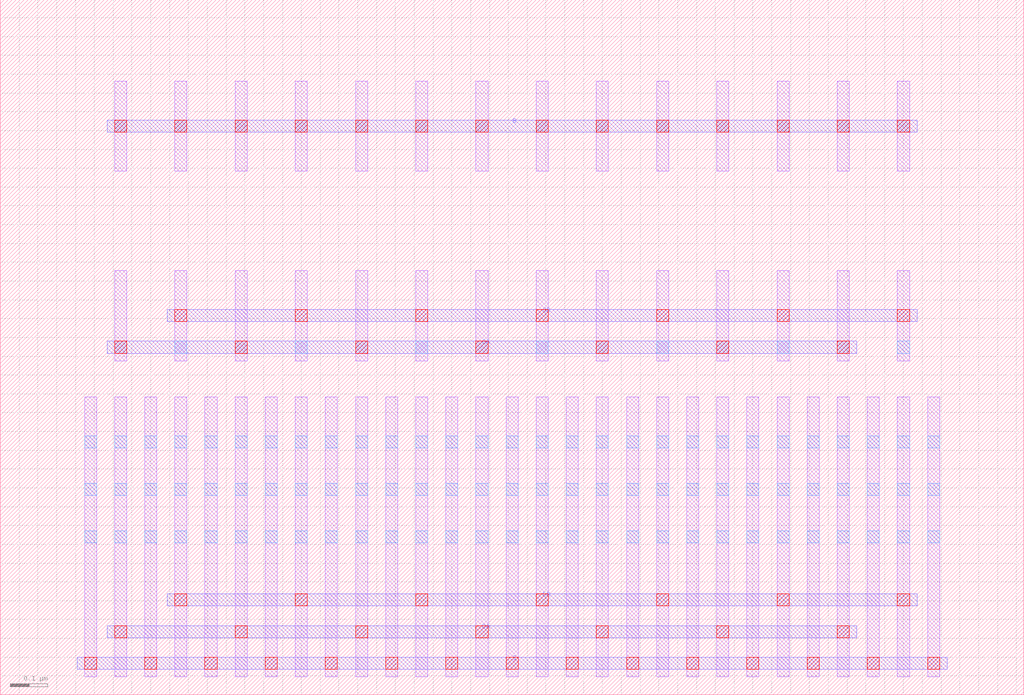
<source format=lef>
MACRO CMC_S_NMOS_B_nfin10_n12_X1_Y1_RVT
  ORIGIN 0 0 ;
  FOREIGN CMC_S_NMOS_B_nfin10_n12_X1_Y1_RVT 0 0 ;
  SIZE 1.2800 BY 1.8480 ;
  PIN SA
    DIRECTION INOUT ;
    USE SIGNAL ;
    PORT
      LAYER M2 ;
        RECT 0.2040 0.0680 0.4360 0.1000 ;
    END
  END SA
  PIN DA
    DIRECTION INOUT ;
    USE SIGNAL ;
    PORT
      LAYER M2 ;
        RECT 0.2840 0.1520 0.5160 0.1840 ;
    END
  END DA
  PIN SB
    DIRECTION INOUT ;
    USE SIGNAL ;
    PORT
      LAYER M2 ;
        RECT 0.8440 0.2360 1.0760 0.2680 ;
    END
  END SB
  PIN DB
    DIRECTION INOUT ;
    USE SIGNAL ;
    PORT
      LAYER M2 ;
        RECT 0.7640 0.3200 0.9960 0.3520 ;
    END
  END DB
  PIN G
    DIRECTION INOUT ;
    USE SIGNAL ;
    PORT
      LAYER M2 ;
        RECT 0.2840 0.9080 0.9960 0.9400 ;
    END
  END G
  PIN B
    DIRECTION INOUT ;
    USE SIGNAL ;
    PORT
      LAYER M2 ;
        RECT 0.2840 1.4960 0.9960 1.5280 ;
    END
  END B
  OBS
    LAYER M1 ;
      RECT 0.3040 0.0480 0.3360 0.7920 ;
    LAYER M1 ;
      RECT 0.3040 0.8880 0.3360 1.1280 ;
    LAYER M1 ;
      RECT 0.3040 1.3920 0.3360 1.6320 ;
    LAYER M1 ;
      RECT 0.2240 0.0480 0.2560 0.7920 ;
    LAYER M1 ;
      RECT 0.3840 0.0480 0.4160 0.7920 ;
    LAYER M1 ;
      RECT 0.9440 0.0480 0.9760 0.7920 ;
    LAYER M1 ;
      RECT 0.9440 0.8880 0.9760 1.1280 ;
    LAYER M1 ;
      RECT 0.9440 1.3920 0.9760 1.6320 ;
    LAYER M1 ;
      RECT 0.8640 0.0480 0.8960 0.7920 ;
    LAYER M1 ;
      RECT 1.0240 0.0480 1.0560 0.7920 ;
    LAYER V1 ;
      RECT 0.2240 0.0680 0.2560 0.1000 ;
    LAYER V1 ;
      RECT 0.3840 0.0680 0.4160 0.1000 ;
    LAYER V1 ;
      RECT 0.3040 0.1520 0.3360 0.1840 ;
    LAYER V1 ;
      RECT 0.3040 0.9080 0.3360 0.9400 ;
    LAYER V1 ;
      RECT 0.3040 1.4960 0.3360 1.5280 ;
    LAYER V1 ;
      RECT 0.8640 0.2360 0.8960 0.2680 ;
    LAYER V1 ;
      RECT 1.0240 0.2360 1.0560 0.2680 ;
    LAYER V1 ;
      RECT 0.9440 0.3200 0.9760 0.3520 ;
    LAYER V1 ;
      RECT 0.9440 0.9080 0.9760 0.9400 ;
    LAYER V1 ;
      RECT 0.9440 1.4960 0.9760 1.5280 ;
    LAYER V0 ;
      RECT 0.3040 0.4040 0.3360 0.4360 ;
    LAYER V0 ;
      RECT 0.3040 0.5300 0.3360 0.5620 ;
    LAYER V0 ;
      RECT 0.3040 0.6560 0.3360 0.6880 ;
    LAYER V0 ;
      RECT 0.3040 0.9080 0.3360 0.9400 ;
    LAYER V0 ;
      RECT 0.3040 1.4960 0.3360 1.5280 ;
    LAYER V0 ;
      RECT 0.2240 0.4040 0.2560 0.4360 ;
    LAYER V0 ;
      RECT 0.2240 0.5300 0.2560 0.5620 ;
    LAYER V0 ;
      RECT 0.2240 0.6560 0.2560 0.6880 ;
    LAYER V0 ;
      RECT 0.3840 0.4040 0.4160 0.4360 ;
    LAYER V0 ;
      RECT 0.3840 0.5300 0.4160 0.5620 ;
    LAYER V0 ;
      RECT 0.3840 0.6560 0.4160 0.6880 ;
    LAYER V0 ;
      RECT 0.9440 0.4040 0.9760 0.4360 ;
    LAYER V0 ;
      RECT 0.9440 0.5300 0.9760 0.5620 ;
    LAYER V0 ;
      RECT 0.9440 0.6560 0.9760 0.6880 ;
    LAYER V0 ;
      RECT 0.9440 0.9080 0.9760 0.9400 ;
    LAYER V0 ;
      RECT 0.9440 1.4960 0.9760 1.5280 ;
    LAYER V0 ;
      RECT 0.8640 0.4040 0.8960 0.4360 ;
    LAYER V0 ;
      RECT 0.8640 0.5300 0.8960 0.5620 ;
    LAYER V0 ;
      RECT 0.8640 0.6560 0.8960 0.6880 ;
    LAYER V0 ;
      RECT 1.0240 0.4040 1.0560 0.4360 ;
    LAYER V0 ;
      RECT 1.0240 0.5300 1.0560 0.5620 ;
    LAYER V0 ;
      RECT 1.0240 0.6560 1.0560 0.6880 ;
  END
END CMC_S_NMOS_B_nfin10_n12_X1_Y1_RVT
MACRO DP_NMOS_B_nfin75_n12_X7_Y1_RVT
  ORIGIN 0 0 ;
  FOREIGN DP_NMOS_B_nfin75_n12_X7_Y1_RVT 0 0 ;
  SIZE 2.7200 BY 1.8480 ;
  PIN S
    DIRECTION INOUT ;
    USE SIGNAL ;
    PORT
      LAYER M2 ;
        RECT 0.2040 0.0680 2.5160 0.1000 ;
    END
  END S
  PIN DA
    DIRECTION INOUT ;
    USE SIGNAL ;
    PORT
      LAYER M2 ;
        RECT 0.2840 0.1520 2.2760 0.1840 ;
    END
  END DA
  PIN DB
    DIRECTION INOUT ;
    USE SIGNAL ;
    PORT
      LAYER M2 ;
        RECT 0.4440 0.2360 2.4360 0.2680 ;
    END
  END DB
  PIN GA
    DIRECTION INOUT ;
    USE SIGNAL ;
    PORT
      LAYER M2 ;
        RECT 0.2840 0.9080 2.2760 0.9400 ;
    END
  END GA
  PIN GB
    DIRECTION INOUT ;
    USE SIGNAL ;
    PORT
      LAYER M2 ;
        RECT 0.4440 0.9920 2.4360 1.0240 ;
    END
  END GB
  PIN B
    DIRECTION INOUT ;
    USE SIGNAL ;
    PORT
      LAYER M2 ;
        RECT 0.2840 1.4960 2.4360 1.5280 ;
    END
  END B
  OBS
    LAYER M1 ;
      RECT 0.3040 0.0480 0.3360 0.7920 ;
    LAYER M1 ;
      RECT 0.3040 0.8880 0.3360 1.1280 ;
    LAYER M1 ;
      RECT 0.3040 1.3920 0.3360 1.6320 ;
    LAYER M1 ;
      RECT 0.2240 0.0480 0.2560 0.7920 ;
    LAYER M1 ;
      RECT 0.3840 0.0480 0.4160 0.7920 ;
    LAYER M1 ;
      RECT 0.4640 0.0480 0.4960 0.7920 ;
    LAYER M1 ;
      RECT 0.4640 0.8880 0.4960 1.1280 ;
    LAYER M1 ;
      RECT 0.4640 1.3920 0.4960 1.6320 ;
    LAYER M1 ;
      RECT 0.5440 0.0480 0.5760 0.7920 ;
    LAYER M1 ;
      RECT 0.6240 0.0480 0.6560 0.7920 ;
    LAYER M1 ;
      RECT 0.6240 0.8880 0.6560 1.1280 ;
    LAYER M1 ;
      RECT 0.6240 1.3920 0.6560 1.6320 ;
    LAYER M1 ;
      RECT 0.7040 0.0480 0.7360 0.7920 ;
    LAYER M1 ;
      RECT 0.7840 0.0480 0.8160 0.7920 ;
    LAYER M1 ;
      RECT 0.7840 0.8880 0.8160 1.1280 ;
    LAYER M1 ;
      RECT 0.7840 1.3920 0.8160 1.6320 ;
    LAYER M1 ;
      RECT 0.8640 0.0480 0.8960 0.7920 ;
    LAYER M1 ;
      RECT 0.9440 0.0480 0.9760 0.7920 ;
    LAYER M1 ;
      RECT 0.9440 0.8880 0.9760 1.1280 ;
    LAYER M1 ;
      RECT 0.9440 1.3920 0.9760 1.6320 ;
    LAYER M1 ;
      RECT 1.0240 0.0480 1.0560 0.7920 ;
    LAYER M1 ;
      RECT 1.1040 0.0480 1.1360 0.7920 ;
    LAYER M1 ;
      RECT 1.1040 0.8880 1.1360 1.1280 ;
    LAYER M1 ;
      RECT 1.1040 1.3920 1.1360 1.6320 ;
    LAYER M1 ;
      RECT 1.1840 0.0480 1.2160 0.7920 ;
    LAYER M1 ;
      RECT 1.2640 0.0480 1.2960 0.7920 ;
    LAYER M1 ;
      RECT 1.2640 0.8880 1.2960 1.1280 ;
    LAYER M1 ;
      RECT 1.2640 1.3920 1.2960 1.6320 ;
    LAYER M1 ;
      RECT 1.3440 0.0480 1.3760 0.7920 ;
    LAYER M1 ;
      RECT 1.4240 0.0480 1.4560 0.7920 ;
    LAYER M1 ;
      RECT 1.4240 0.8880 1.4560 1.1280 ;
    LAYER M1 ;
      RECT 1.4240 1.3920 1.4560 1.6320 ;
    LAYER M1 ;
      RECT 1.5040 0.0480 1.5360 0.7920 ;
    LAYER M1 ;
      RECT 1.5840 0.0480 1.6160 0.7920 ;
    LAYER M1 ;
      RECT 1.5840 0.8880 1.6160 1.1280 ;
    LAYER M1 ;
      RECT 1.5840 1.3920 1.6160 1.6320 ;
    LAYER M1 ;
      RECT 1.6640 0.0480 1.6960 0.7920 ;
    LAYER M1 ;
      RECT 1.7440 0.0480 1.7760 0.7920 ;
    LAYER M1 ;
      RECT 1.7440 0.8880 1.7760 1.1280 ;
    LAYER M1 ;
      RECT 1.7440 1.3920 1.7760 1.6320 ;
    LAYER M1 ;
      RECT 1.8240 0.0480 1.8560 0.7920 ;
    LAYER M1 ;
      RECT 1.9040 0.0480 1.9360 0.7920 ;
    LAYER M1 ;
      RECT 1.9040 0.8880 1.9360 1.1280 ;
    LAYER M1 ;
      RECT 1.9040 1.3920 1.9360 1.6320 ;
    LAYER M1 ;
      RECT 1.9840 0.0480 2.0160 0.7920 ;
    LAYER M1 ;
      RECT 2.0640 0.0480 2.0960 0.7920 ;
    LAYER M1 ;
      RECT 2.0640 0.8880 2.0960 1.1280 ;
    LAYER M1 ;
      RECT 2.0640 1.3920 2.0960 1.6320 ;
    LAYER M1 ;
      RECT 2.1440 0.0480 2.1760 0.7920 ;
    LAYER M1 ;
      RECT 2.2240 0.0480 2.2560 0.7920 ;
    LAYER M1 ;
      RECT 2.2240 0.8880 2.2560 1.1280 ;
    LAYER M1 ;
      RECT 2.2240 1.3920 2.2560 1.6320 ;
    LAYER M1 ;
      RECT 2.3040 0.0480 2.3360 0.7920 ;
    LAYER M1 ;
      RECT 2.3840 0.0480 2.4160 0.7920 ;
    LAYER M1 ;
      RECT 2.3840 0.8880 2.4160 1.1280 ;
    LAYER M1 ;
      RECT 2.3840 1.3920 2.4160 1.6320 ;
    LAYER M1 ;
      RECT 2.4640 0.0480 2.4960 0.7920 ;
    LAYER V1 ;
      RECT 0.2240 0.0680 0.2560 0.1000 ;
    LAYER V1 ;
      RECT 0.3840 0.0680 0.4160 0.1000 ;
    LAYER V1 ;
      RECT 0.5440 0.0680 0.5760 0.1000 ;
    LAYER V1 ;
      RECT 0.7040 0.0680 0.7360 0.1000 ;
    LAYER V1 ;
      RECT 0.8640 0.0680 0.8960 0.1000 ;
    LAYER V1 ;
      RECT 1.0240 0.0680 1.0560 0.1000 ;
    LAYER V1 ;
      RECT 1.1840 0.0680 1.2160 0.1000 ;
    LAYER V1 ;
      RECT 1.3440 0.0680 1.3760 0.1000 ;
    LAYER V1 ;
      RECT 1.5040 0.0680 1.5360 0.1000 ;
    LAYER V1 ;
      RECT 1.6640 0.0680 1.6960 0.1000 ;
    LAYER V1 ;
      RECT 1.8240 0.0680 1.8560 0.1000 ;
    LAYER V1 ;
      RECT 1.9840 0.0680 2.0160 0.1000 ;
    LAYER V1 ;
      RECT 2.1440 0.0680 2.1760 0.1000 ;
    LAYER V1 ;
      RECT 2.3040 0.0680 2.3360 0.1000 ;
    LAYER V1 ;
      RECT 2.4640 0.0680 2.4960 0.1000 ;
    LAYER V1 ;
      RECT 0.3040 0.1520 0.3360 0.1840 ;
    LAYER V1 ;
      RECT 0.3040 0.9080 0.3360 0.9400 ;
    LAYER V1 ;
      RECT 0.3040 1.4960 0.3360 1.5280 ;
    LAYER V1 ;
      RECT 0.6240 0.1520 0.6560 0.1840 ;
    LAYER V1 ;
      RECT 0.6240 0.9080 0.6560 0.9400 ;
    LAYER V1 ;
      RECT 0.6240 1.4960 0.6560 1.5280 ;
    LAYER V1 ;
      RECT 0.9440 0.1520 0.9760 0.1840 ;
    LAYER V1 ;
      RECT 0.9440 0.9080 0.9760 0.9400 ;
    LAYER V1 ;
      RECT 0.9440 1.4960 0.9760 1.5280 ;
    LAYER V1 ;
      RECT 1.2640 0.1520 1.2960 0.1840 ;
    LAYER V1 ;
      RECT 1.2640 0.9080 1.2960 0.9400 ;
    LAYER V1 ;
      RECT 1.2640 1.4960 1.2960 1.5280 ;
    LAYER V1 ;
      RECT 1.5840 0.1520 1.6160 0.1840 ;
    LAYER V1 ;
      RECT 1.5840 0.9080 1.6160 0.9400 ;
    LAYER V1 ;
      RECT 1.5840 1.4960 1.6160 1.5280 ;
    LAYER V1 ;
      RECT 1.9040 0.1520 1.9360 0.1840 ;
    LAYER V1 ;
      RECT 1.9040 0.9080 1.9360 0.9400 ;
    LAYER V1 ;
      RECT 1.9040 1.4960 1.9360 1.5280 ;
    LAYER V1 ;
      RECT 2.2240 0.1520 2.2560 0.1840 ;
    LAYER V1 ;
      RECT 2.2240 0.9080 2.2560 0.9400 ;
    LAYER V1 ;
      RECT 2.2240 1.4960 2.2560 1.5280 ;
    LAYER V1 ;
      RECT 0.4640 0.2360 0.4960 0.2680 ;
    LAYER V1 ;
      RECT 0.4640 0.9920 0.4960 1.0240 ;
    LAYER V1 ;
      RECT 0.4640 1.4960 0.4960 1.5280 ;
    LAYER V1 ;
      RECT 0.7840 0.2360 0.8160 0.2680 ;
    LAYER V1 ;
      RECT 0.7840 0.9920 0.8160 1.0240 ;
    LAYER V1 ;
      RECT 0.7840 1.4960 0.8160 1.5280 ;
    LAYER V1 ;
      RECT 1.1040 0.2360 1.1360 0.2680 ;
    LAYER V1 ;
      RECT 1.1040 0.9920 1.1360 1.0240 ;
    LAYER V1 ;
      RECT 1.1040 1.4960 1.1360 1.5280 ;
    LAYER V1 ;
      RECT 1.4240 0.2360 1.4560 0.2680 ;
    LAYER V1 ;
      RECT 1.4240 0.9920 1.4560 1.0240 ;
    LAYER V1 ;
      RECT 1.4240 1.4960 1.4560 1.5280 ;
    LAYER V1 ;
      RECT 1.7440 0.2360 1.7760 0.2680 ;
    LAYER V1 ;
      RECT 1.7440 0.9920 1.7760 1.0240 ;
    LAYER V1 ;
      RECT 1.7440 1.4960 1.7760 1.5280 ;
    LAYER V1 ;
      RECT 2.0640 0.2360 2.0960 0.2680 ;
    LAYER V1 ;
      RECT 2.0640 0.9920 2.0960 1.0240 ;
    LAYER V1 ;
      RECT 2.0640 1.4960 2.0960 1.5280 ;
    LAYER V1 ;
      RECT 2.3840 0.2360 2.4160 0.2680 ;
    LAYER V1 ;
      RECT 2.3840 0.9920 2.4160 1.0240 ;
    LAYER V1 ;
      RECT 2.3840 1.4960 2.4160 1.5280 ;
    LAYER V0 ;
      RECT 0.3040 0.4040 0.3360 0.4360 ;
    LAYER V0 ;
      RECT 0.3040 0.5300 0.3360 0.5620 ;
    LAYER V0 ;
      RECT 0.3040 0.6560 0.3360 0.6880 ;
    LAYER V0 ;
      RECT 0.3040 0.9080 0.3360 0.9400 ;
    LAYER V0 ;
      RECT 0.3040 1.4960 0.3360 1.5280 ;
    LAYER V0 ;
      RECT 0.2240 0.4040 0.2560 0.4360 ;
    LAYER V0 ;
      RECT 0.2240 0.5300 0.2560 0.5620 ;
    LAYER V0 ;
      RECT 0.2240 0.6560 0.2560 0.6880 ;
    LAYER V0 ;
      RECT 0.3840 0.4040 0.4160 0.4360 ;
    LAYER V0 ;
      RECT 0.3840 0.4040 0.4160 0.4360 ;
    LAYER V0 ;
      RECT 0.3840 0.5300 0.4160 0.5620 ;
    LAYER V0 ;
      RECT 0.3840 0.5300 0.4160 0.5620 ;
    LAYER V0 ;
      RECT 0.3840 0.6560 0.4160 0.6880 ;
    LAYER V0 ;
      RECT 0.3840 0.6560 0.4160 0.6880 ;
    LAYER V0 ;
      RECT 0.4640 0.4040 0.4960 0.4360 ;
    LAYER V0 ;
      RECT 0.4640 0.5300 0.4960 0.5620 ;
    LAYER V0 ;
      RECT 0.4640 0.6560 0.4960 0.6880 ;
    LAYER V0 ;
      RECT 0.4640 0.9080 0.4960 0.9400 ;
    LAYER V0 ;
      RECT 0.4640 1.4960 0.4960 1.5280 ;
    LAYER V0 ;
      RECT 0.5440 0.4040 0.5760 0.4360 ;
    LAYER V0 ;
      RECT 0.5440 0.4040 0.5760 0.4360 ;
    LAYER V0 ;
      RECT 0.5440 0.5300 0.5760 0.5620 ;
    LAYER V0 ;
      RECT 0.5440 0.5300 0.5760 0.5620 ;
    LAYER V0 ;
      RECT 0.5440 0.6560 0.5760 0.6880 ;
    LAYER V0 ;
      RECT 0.5440 0.6560 0.5760 0.6880 ;
    LAYER V0 ;
      RECT 0.6240 0.4040 0.6560 0.4360 ;
    LAYER V0 ;
      RECT 0.6240 0.5300 0.6560 0.5620 ;
    LAYER V0 ;
      RECT 0.6240 0.6560 0.6560 0.6880 ;
    LAYER V0 ;
      RECT 0.6240 0.9080 0.6560 0.9400 ;
    LAYER V0 ;
      RECT 0.6240 1.4960 0.6560 1.5280 ;
    LAYER V0 ;
      RECT 0.7040 0.4040 0.7360 0.4360 ;
    LAYER V0 ;
      RECT 0.7040 0.4040 0.7360 0.4360 ;
    LAYER V0 ;
      RECT 0.7040 0.5300 0.7360 0.5620 ;
    LAYER V0 ;
      RECT 0.7040 0.5300 0.7360 0.5620 ;
    LAYER V0 ;
      RECT 0.7040 0.6560 0.7360 0.6880 ;
    LAYER V0 ;
      RECT 0.7040 0.6560 0.7360 0.6880 ;
    LAYER V0 ;
      RECT 0.7840 0.4040 0.8160 0.4360 ;
    LAYER V0 ;
      RECT 0.7840 0.5300 0.8160 0.5620 ;
    LAYER V0 ;
      RECT 0.7840 0.6560 0.8160 0.6880 ;
    LAYER V0 ;
      RECT 0.7840 0.9080 0.8160 0.9400 ;
    LAYER V0 ;
      RECT 0.7840 1.4960 0.8160 1.5280 ;
    LAYER V0 ;
      RECT 0.8640 0.4040 0.8960 0.4360 ;
    LAYER V0 ;
      RECT 0.8640 0.4040 0.8960 0.4360 ;
    LAYER V0 ;
      RECT 0.8640 0.5300 0.8960 0.5620 ;
    LAYER V0 ;
      RECT 0.8640 0.5300 0.8960 0.5620 ;
    LAYER V0 ;
      RECT 0.8640 0.6560 0.8960 0.6880 ;
    LAYER V0 ;
      RECT 0.8640 0.6560 0.8960 0.6880 ;
    LAYER V0 ;
      RECT 0.9440 0.4040 0.9760 0.4360 ;
    LAYER V0 ;
      RECT 0.9440 0.5300 0.9760 0.5620 ;
    LAYER V0 ;
      RECT 0.9440 0.6560 0.9760 0.6880 ;
    LAYER V0 ;
      RECT 0.9440 0.9080 0.9760 0.9400 ;
    LAYER V0 ;
      RECT 0.9440 1.4960 0.9760 1.5280 ;
    LAYER V0 ;
      RECT 1.0240 0.4040 1.0560 0.4360 ;
    LAYER V0 ;
      RECT 1.0240 0.4040 1.0560 0.4360 ;
    LAYER V0 ;
      RECT 1.0240 0.5300 1.0560 0.5620 ;
    LAYER V0 ;
      RECT 1.0240 0.5300 1.0560 0.5620 ;
    LAYER V0 ;
      RECT 1.0240 0.6560 1.0560 0.6880 ;
    LAYER V0 ;
      RECT 1.0240 0.6560 1.0560 0.6880 ;
    LAYER V0 ;
      RECT 1.1040 0.4040 1.1360 0.4360 ;
    LAYER V0 ;
      RECT 1.1040 0.5300 1.1360 0.5620 ;
    LAYER V0 ;
      RECT 1.1040 0.6560 1.1360 0.6880 ;
    LAYER V0 ;
      RECT 1.1040 0.9080 1.1360 0.9400 ;
    LAYER V0 ;
      RECT 1.1040 1.4960 1.1360 1.5280 ;
    LAYER V0 ;
      RECT 1.1840 0.4040 1.2160 0.4360 ;
    LAYER V0 ;
      RECT 1.1840 0.4040 1.2160 0.4360 ;
    LAYER V0 ;
      RECT 1.1840 0.5300 1.2160 0.5620 ;
    LAYER V0 ;
      RECT 1.1840 0.5300 1.2160 0.5620 ;
    LAYER V0 ;
      RECT 1.1840 0.6560 1.2160 0.6880 ;
    LAYER V0 ;
      RECT 1.1840 0.6560 1.2160 0.6880 ;
    LAYER V0 ;
      RECT 1.2640 0.4040 1.2960 0.4360 ;
    LAYER V0 ;
      RECT 1.2640 0.5300 1.2960 0.5620 ;
    LAYER V0 ;
      RECT 1.2640 0.6560 1.2960 0.6880 ;
    LAYER V0 ;
      RECT 1.2640 0.9080 1.2960 0.9400 ;
    LAYER V0 ;
      RECT 1.2640 1.4960 1.2960 1.5280 ;
    LAYER V0 ;
      RECT 1.3440 0.4040 1.3760 0.4360 ;
    LAYER V0 ;
      RECT 1.3440 0.4040 1.3760 0.4360 ;
    LAYER V0 ;
      RECT 1.3440 0.5300 1.3760 0.5620 ;
    LAYER V0 ;
      RECT 1.3440 0.5300 1.3760 0.5620 ;
    LAYER V0 ;
      RECT 1.3440 0.6560 1.3760 0.6880 ;
    LAYER V0 ;
      RECT 1.3440 0.6560 1.3760 0.6880 ;
    LAYER V0 ;
      RECT 1.4240 0.4040 1.4560 0.4360 ;
    LAYER V0 ;
      RECT 1.4240 0.5300 1.4560 0.5620 ;
    LAYER V0 ;
      RECT 1.4240 0.6560 1.4560 0.6880 ;
    LAYER V0 ;
      RECT 1.4240 0.9080 1.4560 0.9400 ;
    LAYER V0 ;
      RECT 1.4240 1.4960 1.4560 1.5280 ;
    LAYER V0 ;
      RECT 1.5040 0.4040 1.5360 0.4360 ;
    LAYER V0 ;
      RECT 1.5040 0.4040 1.5360 0.4360 ;
    LAYER V0 ;
      RECT 1.5040 0.5300 1.5360 0.5620 ;
    LAYER V0 ;
      RECT 1.5040 0.5300 1.5360 0.5620 ;
    LAYER V0 ;
      RECT 1.5040 0.6560 1.5360 0.6880 ;
    LAYER V0 ;
      RECT 1.5040 0.6560 1.5360 0.6880 ;
    LAYER V0 ;
      RECT 1.5840 0.4040 1.6160 0.4360 ;
    LAYER V0 ;
      RECT 1.5840 0.5300 1.6160 0.5620 ;
    LAYER V0 ;
      RECT 1.5840 0.6560 1.6160 0.6880 ;
    LAYER V0 ;
      RECT 1.5840 0.9080 1.6160 0.9400 ;
    LAYER V0 ;
      RECT 1.5840 1.4960 1.6160 1.5280 ;
    LAYER V0 ;
      RECT 1.6640 0.4040 1.6960 0.4360 ;
    LAYER V0 ;
      RECT 1.6640 0.4040 1.6960 0.4360 ;
    LAYER V0 ;
      RECT 1.6640 0.5300 1.6960 0.5620 ;
    LAYER V0 ;
      RECT 1.6640 0.5300 1.6960 0.5620 ;
    LAYER V0 ;
      RECT 1.6640 0.6560 1.6960 0.6880 ;
    LAYER V0 ;
      RECT 1.6640 0.6560 1.6960 0.6880 ;
    LAYER V0 ;
      RECT 1.7440 0.4040 1.7760 0.4360 ;
    LAYER V0 ;
      RECT 1.7440 0.5300 1.7760 0.5620 ;
    LAYER V0 ;
      RECT 1.7440 0.6560 1.7760 0.6880 ;
    LAYER V0 ;
      RECT 1.7440 0.9080 1.7760 0.9400 ;
    LAYER V0 ;
      RECT 1.7440 1.4960 1.7760 1.5280 ;
    LAYER V0 ;
      RECT 1.8240 0.4040 1.8560 0.4360 ;
    LAYER V0 ;
      RECT 1.8240 0.4040 1.8560 0.4360 ;
    LAYER V0 ;
      RECT 1.8240 0.5300 1.8560 0.5620 ;
    LAYER V0 ;
      RECT 1.8240 0.5300 1.8560 0.5620 ;
    LAYER V0 ;
      RECT 1.8240 0.6560 1.8560 0.6880 ;
    LAYER V0 ;
      RECT 1.8240 0.6560 1.8560 0.6880 ;
    LAYER V0 ;
      RECT 1.9040 0.4040 1.9360 0.4360 ;
    LAYER V0 ;
      RECT 1.9040 0.5300 1.9360 0.5620 ;
    LAYER V0 ;
      RECT 1.9040 0.6560 1.9360 0.6880 ;
    LAYER V0 ;
      RECT 1.9040 0.9080 1.9360 0.9400 ;
    LAYER V0 ;
      RECT 1.9040 1.4960 1.9360 1.5280 ;
    LAYER V0 ;
      RECT 1.9840 0.4040 2.0160 0.4360 ;
    LAYER V0 ;
      RECT 1.9840 0.4040 2.0160 0.4360 ;
    LAYER V0 ;
      RECT 1.9840 0.5300 2.0160 0.5620 ;
    LAYER V0 ;
      RECT 1.9840 0.5300 2.0160 0.5620 ;
    LAYER V0 ;
      RECT 1.9840 0.6560 2.0160 0.6880 ;
    LAYER V0 ;
      RECT 1.9840 0.6560 2.0160 0.6880 ;
    LAYER V0 ;
      RECT 2.0640 0.4040 2.0960 0.4360 ;
    LAYER V0 ;
      RECT 2.0640 0.5300 2.0960 0.5620 ;
    LAYER V0 ;
      RECT 2.0640 0.6560 2.0960 0.6880 ;
    LAYER V0 ;
      RECT 2.0640 0.9080 2.0960 0.9400 ;
    LAYER V0 ;
      RECT 2.0640 1.4960 2.0960 1.5280 ;
    LAYER V0 ;
      RECT 2.1440 0.4040 2.1760 0.4360 ;
    LAYER V0 ;
      RECT 2.1440 0.4040 2.1760 0.4360 ;
    LAYER V0 ;
      RECT 2.1440 0.5300 2.1760 0.5620 ;
    LAYER V0 ;
      RECT 2.1440 0.5300 2.1760 0.5620 ;
    LAYER V0 ;
      RECT 2.1440 0.6560 2.1760 0.6880 ;
    LAYER V0 ;
      RECT 2.1440 0.6560 2.1760 0.6880 ;
    LAYER V0 ;
      RECT 2.2240 0.4040 2.2560 0.4360 ;
    LAYER V0 ;
      RECT 2.2240 0.5300 2.2560 0.5620 ;
    LAYER V0 ;
      RECT 2.2240 0.6560 2.2560 0.6880 ;
    LAYER V0 ;
      RECT 2.2240 0.9080 2.2560 0.9400 ;
    LAYER V0 ;
      RECT 2.2240 1.4960 2.2560 1.5280 ;
    LAYER V0 ;
      RECT 2.3040 0.4040 2.3360 0.4360 ;
    LAYER V0 ;
      RECT 2.3040 0.4040 2.3360 0.4360 ;
    LAYER V0 ;
      RECT 2.3040 0.5300 2.3360 0.5620 ;
    LAYER V0 ;
      RECT 2.3040 0.5300 2.3360 0.5620 ;
    LAYER V0 ;
      RECT 2.3040 0.6560 2.3360 0.6880 ;
    LAYER V0 ;
      RECT 2.3040 0.6560 2.3360 0.6880 ;
    LAYER V0 ;
      RECT 2.3840 0.4040 2.4160 0.4360 ;
    LAYER V0 ;
      RECT 2.3840 0.5300 2.4160 0.5620 ;
    LAYER V0 ;
      RECT 2.3840 0.6560 2.4160 0.6880 ;
    LAYER V0 ;
      RECT 2.3840 0.9080 2.4160 0.9400 ;
    LAYER V0 ;
      RECT 2.3840 1.4960 2.4160 1.5280 ;
    LAYER V0 ;
      RECT 2.4640 0.4040 2.4960 0.4360 ;
    LAYER V0 ;
      RECT 2.4640 0.5300 2.4960 0.5620 ;
    LAYER V0 ;
      RECT 2.4640 0.6560 2.4960 0.6880 ;
  END
END DP_NMOS_B_nfin75_n12_X7_Y1_RVT
MACRO CMC_S_PMOS_B_nfin15_n12_X2_Y1_RVT
  ORIGIN 0 0 ;
  FOREIGN CMC_S_PMOS_B_nfin15_n12_X2_Y1_RVT 0 0 ;
  SIZE 2.5600 BY 1.8480 ;
  PIN SA
    DIRECTION INOUT ;
    USE SIGNAL ;
    PORT
      LAYER M2 ;
        RECT 0.2040 0.0680 2.3560 0.1000 ;
    END
  END SA
  PIN DA
    DIRECTION INOUT ;
    USE SIGNAL ;
    PORT
      LAYER M2 ;
        RECT 0.2840 0.1520 2.2760 0.1840 ;
    END
  END DA
  PIN SB
    DIRECTION INOUT ;
    USE SIGNAL ;
    PORT
      LAYER M2 ;
        RECT 0.8440 0.2360 1.7160 0.2680 ;
    END
  END SB
  PIN DB
    DIRECTION INOUT ;
    USE SIGNAL ;
    PORT
      LAYER M2 ;
        RECT 0.9240 0.3200 1.6360 0.3520 ;
    END
  END DB
  PIN G
    DIRECTION INOUT ;
    USE SIGNAL ;
    PORT
      LAYER M2 ;
        RECT 0.2840 0.9080 2.2760 0.9400 ;
    END
  END G
  PIN B
    DIRECTION INOUT ;
    USE SIGNAL ;
    PORT
      LAYER M2 ;
        RECT 0.2840 1.4960 2.2760 1.5280 ;
    END
  END B
  OBS
    LAYER M1 ;
      RECT 0.3040 0.0480 0.3360 0.7920 ;
    LAYER M1 ;
      RECT 0.3040 0.8880 0.3360 1.1280 ;
    LAYER M1 ;
      RECT 0.3040 1.3920 0.3360 1.6320 ;
    LAYER M1 ;
      RECT 0.2240 0.0480 0.2560 0.7920 ;
    LAYER M1 ;
      RECT 0.3840 0.0480 0.4160 0.7920 ;
    LAYER M1 ;
      RECT 0.9440 0.0480 0.9760 0.7920 ;
    LAYER M1 ;
      RECT 0.9440 0.8880 0.9760 1.1280 ;
    LAYER M1 ;
      RECT 0.9440 1.3920 0.9760 1.6320 ;
    LAYER M1 ;
      RECT 0.8640 0.0480 0.8960 0.7920 ;
    LAYER M1 ;
      RECT 1.0240 0.0480 1.0560 0.7920 ;
    LAYER M1 ;
      RECT 1.5840 0.0480 1.6160 0.7920 ;
    LAYER M1 ;
      RECT 1.5840 0.8880 1.6160 1.1280 ;
    LAYER M1 ;
      RECT 1.5840 1.3920 1.6160 1.6320 ;
    LAYER M1 ;
      RECT 1.5040 0.0480 1.5360 0.7920 ;
    LAYER M1 ;
      RECT 1.6640 0.0480 1.6960 0.7920 ;
    LAYER M1 ;
      RECT 2.2240 0.0480 2.2560 0.7920 ;
    LAYER M1 ;
      RECT 2.2240 0.8880 2.2560 1.1280 ;
    LAYER M1 ;
      RECT 2.2240 1.3920 2.2560 1.6320 ;
    LAYER M1 ;
      RECT 2.1440 0.0480 2.1760 0.7920 ;
    LAYER M1 ;
      RECT 2.3040 0.0480 2.3360 0.7920 ;
    LAYER V1 ;
      RECT 0.2240 0.0680 0.2560 0.1000 ;
    LAYER V1 ;
      RECT 2.3040 0.0680 2.3360 0.1000 ;
    LAYER V1 ;
      RECT 2.1440 0.0680 2.1760 0.1000 ;
    LAYER V1 ;
      RECT 0.3840 0.0680 0.4160 0.1000 ;
    LAYER V1 ;
      RECT 2.2240 0.1520 2.2560 0.1840 ;
    LAYER V1 ;
      RECT 2.2240 0.9080 2.2560 0.9400 ;
    LAYER V1 ;
      RECT 2.2240 1.4960 2.2560 1.5280 ;
    LAYER V1 ;
      RECT 0.3040 0.1520 0.3360 0.1840 ;
    LAYER V1 ;
      RECT 0.3040 0.9080 0.3360 0.9400 ;
    LAYER V1 ;
      RECT 0.3040 1.4960 0.3360 1.5280 ;
    LAYER V1 ;
      RECT 0.8640 0.2360 0.8960 0.2680 ;
    LAYER V1 ;
      RECT 1.0240 0.2360 1.0560 0.2680 ;
    LAYER V1 ;
      RECT 1.5040 0.2360 1.5360 0.2680 ;
    LAYER V1 ;
      RECT 1.6640 0.2360 1.6960 0.2680 ;
    LAYER V1 ;
      RECT 1.5840 0.3200 1.6160 0.3520 ;
    LAYER V1 ;
      RECT 1.5840 0.9080 1.6160 0.9400 ;
    LAYER V1 ;
      RECT 1.5840 1.4960 1.6160 1.5280 ;
    LAYER V1 ;
      RECT 0.9440 0.3200 0.9760 0.3520 ;
    LAYER V1 ;
      RECT 0.9440 0.9080 0.9760 0.9400 ;
    LAYER V1 ;
      RECT 0.9440 1.4960 0.9760 1.5280 ;
    LAYER V0 ;
      RECT 0.3040 0.4040 0.3360 0.4360 ;
    LAYER V0 ;
      RECT 0.3040 0.5300 0.3360 0.5620 ;
    LAYER V0 ;
      RECT 0.3040 0.6560 0.3360 0.6880 ;
    LAYER V0 ;
      RECT 0.3040 0.9080 0.3360 0.9400 ;
    LAYER V0 ;
      RECT 0.3040 1.4960 0.3360 1.5280 ;
    LAYER V0 ;
      RECT 0.2240 0.4040 0.2560 0.4360 ;
    LAYER V0 ;
      RECT 0.2240 0.5300 0.2560 0.5620 ;
    LAYER V0 ;
      RECT 0.2240 0.6560 0.2560 0.6880 ;
    LAYER V0 ;
      RECT 0.3840 0.4040 0.4160 0.4360 ;
    LAYER V0 ;
      RECT 0.3840 0.5300 0.4160 0.5620 ;
    LAYER V0 ;
      RECT 0.3840 0.6560 0.4160 0.6880 ;
    LAYER V0 ;
      RECT 0.9440 0.4040 0.9760 0.4360 ;
    LAYER V0 ;
      RECT 0.9440 0.5300 0.9760 0.5620 ;
    LAYER V0 ;
      RECT 0.9440 0.6560 0.9760 0.6880 ;
    LAYER V0 ;
      RECT 0.9440 0.9080 0.9760 0.9400 ;
    LAYER V0 ;
      RECT 0.9440 1.4960 0.9760 1.5280 ;
    LAYER V0 ;
      RECT 0.8640 0.4040 0.8960 0.4360 ;
    LAYER V0 ;
      RECT 0.8640 0.5300 0.8960 0.5620 ;
    LAYER V0 ;
      RECT 0.8640 0.6560 0.8960 0.6880 ;
    LAYER V0 ;
      RECT 1.0240 0.4040 1.0560 0.4360 ;
    LAYER V0 ;
      RECT 1.0240 0.5300 1.0560 0.5620 ;
    LAYER V0 ;
      RECT 1.0240 0.6560 1.0560 0.6880 ;
    LAYER V0 ;
      RECT 1.5840 0.4040 1.6160 0.4360 ;
    LAYER V0 ;
      RECT 1.5840 0.5300 1.6160 0.5620 ;
    LAYER V0 ;
      RECT 1.5840 0.6560 1.6160 0.6880 ;
    LAYER V0 ;
      RECT 1.5840 0.9080 1.6160 0.9400 ;
    LAYER V0 ;
      RECT 1.5840 1.4960 1.6160 1.5280 ;
    LAYER V0 ;
      RECT 1.5040 0.4040 1.5360 0.4360 ;
    LAYER V0 ;
      RECT 1.5040 0.5300 1.5360 0.5620 ;
    LAYER V0 ;
      RECT 1.5040 0.6560 1.5360 0.6880 ;
    LAYER V0 ;
      RECT 1.6640 0.4040 1.6960 0.4360 ;
    LAYER V0 ;
      RECT 1.6640 0.5300 1.6960 0.5620 ;
    LAYER V0 ;
      RECT 1.6640 0.6560 1.6960 0.6880 ;
    LAYER V0 ;
      RECT 2.2240 0.4040 2.2560 0.4360 ;
    LAYER V0 ;
      RECT 2.2240 0.5300 2.2560 0.5620 ;
    LAYER V0 ;
      RECT 2.2240 0.6560 2.2560 0.6880 ;
    LAYER V0 ;
      RECT 2.2240 0.9080 2.2560 0.9400 ;
    LAYER V0 ;
      RECT 2.2240 1.4960 2.2560 1.5280 ;
    LAYER V0 ;
      RECT 2.1440 0.4040 2.1760 0.4360 ;
    LAYER V0 ;
      RECT 2.1440 0.5300 2.1760 0.5620 ;
    LAYER V0 ;
      RECT 2.1440 0.6560 2.1760 0.6880 ;
    LAYER V0 ;
      RECT 2.3040 0.4040 2.3360 0.4360 ;
    LAYER V0 ;
      RECT 2.3040 0.5300 2.3360 0.5620 ;
    LAYER V0 ;
      RECT 2.3040 0.6560 2.3360 0.6880 ;
  END
END CMC_S_PMOS_B_nfin15_n12_X2_Y1_RVT
MACRO CMC_PMOS_nfin15_nf2_n12_X3_Y1_RVT
  ORIGIN 0 0 ;
  FOREIGN CMC_PMOS_nfin15_nf2_n12_X3_Y1_RVT 0 0 ;
  SIZE 1.4400 BY 1.8480 ;
  PIN S
    DIRECTION INOUT ;
    USE SIGNAL ;
    PORT
      LAYER M3 ;
        RECT 0.4600 0.0480 0.5000 1.5480 ;
    END
  END S
  PIN DA
    DIRECTION INOUT ;
    USE SIGNAL ;
    PORT
      LAYER M2 ;
        RECT 0.2840 0.1520 0.9960 0.1840 ;
    END
  END DA
  PIN DB
    DIRECTION INOUT ;
    USE SIGNAL ;
    PORT
      LAYER M2 ;
        RECT 0.4440 0.2360 1.1560 0.2680 ;
    END
  END DB
  PIN G
    DIRECTION INOUT ;
    USE SIGNAL ;
    PORT
      LAYER M2 ;
        RECT 0.2840 0.9080 1.1560 0.9400 ;
    END
  END G
  OBS
    LAYER M1 ;
      RECT 0.3040 0.0480 0.3360 0.7920 ;
    LAYER M1 ;
      RECT 0.3040 0.8880 0.3360 1.1280 ;
    LAYER M1 ;
      RECT 0.3040 1.3920 0.3360 1.6320 ;
    LAYER M1 ;
      RECT 0.2240 0.0480 0.2560 0.7920 ;
    LAYER M1 ;
      RECT 0.3840 0.0480 0.4160 0.7920 ;
    LAYER M1 ;
      RECT 0.4640 0.0480 0.4960 0.7920 ;
    LAYER M1 ;
      RECT 0.4640 0.8880 0.4960 1.1280 ;
    LAYER M1 ;
      RECT 0.4640 1.3920 0.4960 1.6320 ;
    LAYER M1 ;
      RECT 0.5440 0.0480 0.5760 0.7920 ;
    LAYER M1 ;
      RECT 0.6240 0.0480 0.6560 0.7920 ;
    LAYER M1 ;
      RECT 0.6240 0.8880 0.6560 1.1280 ;
    LAYER M1 ;
      RECT 0.6240 1.3920 0.6560 1.6320 ;
    LAYER M1 ;
      RECT 0.7040 0.0480 0.7360 0.7920 ;
    LAYER M1 ;
      RECT 0.7840 0.0480 0.8160 0.7920 ;
    LAYER M1 ;
      RECT 0.7840 0.8880 0.8160 1.1280 ;
    LAYER M1 ;
      RECT 0.7840 1.3920 0.8160 1.6320 ;
    LAYER M1 ;
      RECT 0.8640 0.0480 0.8960 0.7920 ;
    LAYER M1 ;
      RECT 0.9440 0.0480 0.9760 0.7920 ;
    LAYER M1 ;
      RECT 0.9440 0.8880 0.9760 1.1280 ;
    LAYER M1 ;
      RECT 0.9440 1.3920 0.9760 1.6320 ;
    LAYER M1 ;
      RECT 1.0240 0.0480 1.0560 0.7920 ;
    LAYER M1 ;
      RECT 1.1040 0.0480 1.1360 0.7920 ;
    LAYER M1 ;
      RECT 1.1040 0.8880 1.1360 1.1280 ;
    LAYER M1 ;
      RECT 1.1040 1.3920 1.1360 1.6320 ;
    LAYER M1 ;
      RECT 1.1840 0.0480 1.2160 0.7920 ;
    LAYER M2 ;
      RECT 0.2840 1.4960 1.1560 1.5280 ;
    LAYER M2 ;
      RECT 0.2040 0.0680 1.2360 0.1000 ;
    LAYER V1 ;
      RECT 0.3040 0.1520 0.3360 0.1840 ;
    LAYER V1 ;
      RECT 0.3040 0.9080 0.3360 0.9400 ;
    LAYER V1 ;
      RECT 0.3040 1.4960 0.3360 1.5280 ;
    LAYER V1 ;
      RECT 0.4640 0.2360 0.4960 0.2680 ;
    LAYER V1 ;
      RECT 0.4640 0.9080 0.4960 0.9400 ;
    LAYER V1 ;
      RECT 0.4640 1.4960 0.4960 1.5280 ;
    LAYER V1 ;
      RECT 0.6240 0.1520 0.6560 0.1840 ;
    LAYER V1 ;
      RECT 0.6240 0.9080 0.6560 0.9400 ;
    LAYER V1 ;
      RECT 0.6240 1.4960 0.6560 1.5280 ;
    LAYER V1 ;
      RECT 0.7840 0.2360 0.8160 0.2680 ;
    LAYER V1 ;
      RECT 0.7840 0.9080 0.8160 0.9400 ;
    LAYER V1 ;
      RECT 0.7840 1.4960 0.8160 1.5280 ;
    LAYER V1 ;
      RECT 0.9440 0.1520 0.9760 0.1840 ;
    LAYER V1 ;
      RECT 0.9440 0.9080 0.9760 0.9400 ;
    LAYER V1 ;
      RECT 0.9440 1.4960 0.9760 1.5280 ;
    LAYER V1 ;
      RECT 1.1040 0.2360 1.1360 0.2680 ;
    LAYER V1 ;
      RECT 1.1040 0.9080 1.1360 0.9400 ;
    LAYER V1 ;
      RECT 1.1040 1.4960 1.1360 1.5280 ;
    LAYER V1 ;
      RECT 0.2240 0.0680 0.2560 0.1000 ;
    LAYER V1 ;
      RECT 0.3840 0.0680 0.4160 0.1000 ;
    LAYER V1 ;
      RECT 0.5440 0.0680 0.5760 0.1000 ;
    LAYER V1 ;
      RECT 0.7040 0.0680 0.7360 0.1000 ;
    LAYER V1 ;
      RECT 0.8640 0.0680 0.8960 0.1000 ;
    LAYER V1 ;
      RECT 1.0240 0.0680 1.0560 0.1000 ;
    LAYER V1 ;
      RECT 1.1840 0.0680 1.2160 0.1000 ;
    LAYER V2 ;
      RECT 0.4640 0.0680 0.4960 0.1000 ;
    LAYER V2 ;
      RECT 0.4640 1.4960 0.4960 1.5280 ;
    LAYER V0 ;
      RECT 0.3040 0.4040 0.3360 0.4360 ;
    LAYER V0 ;
      RECT 0.3040 0.5300 0.3360 0.5620 ;
    LAYER V0 ;
      RECT 0.3040 0.6560 0.3360 0.6880 ;
    LAYER V0 ;
      RECT 0.3040 0.9080 0.3360 0.9400 ;
    LAYER V0 ;
      RECT 0.3040 1.4960 0.3360 1.5280 ;
    LAYER V0 ;
      RECT 0.2240 0.4040 0.2560 0.4360 ;
    LAYER V0 ;
      RECT 0.2240 0.5300 0.2560 0.5620 ;
    LAYER V0 ;
      RECT 0.2240 0.6560 0.2560 0.6880 ;
    LAYER V0 ;
      RECT 0.3840 0.4040 0.4160 0.4360 ;
    LAYER V0 ;
      RECT 0.3840 0.4040 0.4160 0.4360 ;
    LAYER V0 ;
      RECT 0.3840 0.5300 0.4160 0.5620 ;
    LAYER V0 ;
      RECT 0.3840 0.5300 0.4160 0.5620 ;
    LAYER V0 ;
      RECT 0.3840 0.6560 0.4160 0.6880 ;
    LAYER V0 ;
      RECT 0.3840 0.6560 0.4160 0.6880 ;
    LAYER V0 ;
      RECT 0.4640 0.4040 0.4960 0.4360 ;
    LAYER V0 ;
      RECT 0.4640 0.5300 0.4960 0.5620 ;
    LAYER V0 ;
      RECT 0.4640 0.6560 0.4960 0.6880 ;
    LAYER V0 ;
      RECT 0.4640 0.9080 0.4960 0.9400 ;
    LAYER V0 ;
      RECT 0.4640 1.4960 0.4960 1.5280 ;
    LAYER V0 ;
      RECT 0.5440 0.4040 0.5760 0.4360 ;
    LAYER V0 ;
      RECT 0.5440 0.4040 0.5760 0.4360 ;
    LAYER V0 ;
      RECT 0.5440 0.5300 0.5760 0.5620 ;
    LAYER V0 ;
      RECT 0.5440 0.5300 0.5760 0.5620 ;
    LAYER V0 ;
      RECT 0.5440 0.6560 0.5760 0.6880 ;
    LAYER V0 ;
      RECT 0.5440 0.6560 0.5760 0.6880 ;
    LAYER V0 ;
      RECT 0.6240 0.4040 0.6560 0.4360 ;
    LAYER V0 ;
      RECT 0.6240 0.5300 0.6560 0.5620 ;
    LAYER V0 ;
      RECT 0.6240 0.6560 0.6560 0.6880 ;
    LAYER V0 ;
      RECT 0.6240 0.9080 0.6560 0.9400 ;
    LAYER V0 ;
      RECT 0.6240 1.4960 0.6560 1.5280 ;
    LAYER V0 ;
      RECT 0.7040 0.4040 0.7360 0.4360 ;
    LAYER V0 ;
      RECT 0.7040 0.4040 0.7360 0.4360 ;
    LAYER V0 ;
      RECT 0.7040 0.5300 0.7360 0.5620 ;
    LAYER V0 ;
      RECT 0.7040 0.5300 0.7360 0.5620 ;
    LAYER V0 ;
      RECT 0.7040 0.6560 0.7360 0.6880 ;
    LAYER V0 ;
      RECT 0.7040 0.6560 0.7360 0.6880 ;
    LAYER V0 ;
      RECT 0.7840 0.4040 0.8160 0.4360 ;
    LAYER V0 ;
      RECT 0.7840 0.5300 0.8160 0.5620 ;
    LAYER V0 ;
      RECT 0.7840 0.6560 0.8160 0.6880 ;
    LAYER V0 ;
      RECT 0.7840 0.9080 0.8160 0.9400 ;
    LAYER V0 ;
      RECT 0.7840 1.4960 0.8160 1.5280 ;
    LAYER V0 ;
      RECT 0.8640 0.4040 0.8960 0.4360 ;
    LAYER V0 ;
      RECT 0.8640 0.4040 0.8960 0.4360 ;
    LAYER V0 ;
      RECT 0.8640 0.5300 0.8960 0.5620 ;
    LAYER V0 ;
      RECT 0.8640 0.5300 0.8960 0.5620 ;
    LAYER V0 ;
      RECT 0.8640 0.6560 0.8960 0.6880 ;
    LAYER V0 ;
      RECT 0.8640 0.6560 0.8960 0.6880 ;
    LAYER V0 ;
      RECT 0.9440 0.4040 0.9760 0.4360 ;
    LAYER V0 ;
      RECT 0.9440 0.5300 0.9760 0.5620 ;
    LAYER V0 ;
      RECT 0.9440 0.6560 0.9760 0.6880 ;
    LAYER V0 ;
      RECT 0.9440 0.9080 0.9760 0.9400 ;
    LAYER V0 ;
      RECT 0.9440 1.4960 0.9760 1.5280 ;
    LAYER V0 ;
      RECT 1.0240 0.4040 1.0560 0.4360 ;
    LAYER V0 ;
      RECT 1.0240 0.4040 1.0560 0.4360 ;
    LAYER V0 ;
      RECT 1.0240 0.5300 1.0560 0.5620 ;
    LAYER V0 ;
      RECT 1.0240 0.5300 1.0560 0.5620 ;
    LAYER V0 ;
      RECT 1.0240 0.6560 1.0560 0.6880 ;
    LAYER V0 ;
      RECT 1.0240 0.6560 1.0560 0.6880 ;
    LAYER V0 ;
      RECT 1.1040 0.4040 1.1360 0.4360 ;
    LAYER V0 ;
      RECT 1.1040 0.5300 1.1360 0.5620 ;
    LAYER V0 ;
      RECT 1.1040 0.6560 1.1360 0.6880 ;
    LAYER V0 ;
      RECT 1.1040 0.9080 1.1360 0.9400 ;
    LAYER V0 ;
      RECT 1.1040 1.4960 1.1360 1.5280 ;
    LAYER V0 ;
      RECT 1.1840 0.4040 1.2160 0.4360 ;
    LAYER V0 ;
      RECT 1.1840 0.5300 1.2160 0.5620 ;
    LAYER V0 ;
      RECT 1.1840 0.6560 1.2160 0.6880 ;
  END
END CMC_PMOS_nfin15_nf2_n12_X3_Y1_RVT
MACRO SCM_NMOS_nfin15_nf2_n12_X3_Y1_RVT
  ORIGIN 0 0 ;
  FOREIGN SCM_NMOS_nfin15_nf2_n12_X3_Y1_RVT 0 0 ;
  SIZE 1.4400 BY 1.8480 ;
  PIN S
    DIRECTION INOUT ;
    USE SIGNAL ;
    PORT
      LAYER M3 ;
        RECT 0.4600 0.0480 0.5000 1.5480 ;
    END
  END S
  PIN DA
    DIRECTION INOUT ;
    USE SIGNAL ;
    PORT
      LAYER M3 ;
        RECT 0.5400 0.1320 0.5800 0.9600 ;
    END
  END DA
  PIN DB
    DIRECTION INOUT ;
    USE SIGNAL ;
    PORT
      LAYER M2 ;
        RECT 0.4440 0.2360 1.1560 0.2680 ;
    END
  END DB
  OBS
    LAYER M1 ;
      RECT 0.3040 0.0480 0.3360 0.7920 ;
    LAYER M1 ;
      RECT 0.3040 0.8880 0.3360 1.1280 ;
    LAYER M1 ;
      RECT 0.3040 1.3920 0.3360 1.6320 ;
    LAYER M1 ;
      RECT 0.2240 0.0480 0.2560 0.7920 ;
    LAYER M1 ;
      RECT 0.3840 0.0480 0.4160 0.7920 ;
    LAYER M1 ;
      RECT 0.4640 0.0480 0.4960 0.7920 ;
    LAYER M1 ;
      RECT 0.4640 0.8880 0.4960 1.1280 ;
    LAYER M1 ;
      RECT 0.4640 1.3920 0.4960 1.6320 ;
    LAYER M1 ;
      RECT 0.5440 0.0480 0.5760 0.7920 ;
    LAYER M1 ;
      RECT 0.6240 0.0480 0.6560 0.7920 ;
    LAYER M1 ;
      RECT 0.6240 0.8880 0.6560 1.1280 ;
    LAYER M1 ;
      RECT 0.6240 1.3920 0.6560 1.6320 ;
    LAYER M1 ;
      RECT 0.7040 0.0480 0.7360 0.7920 ;
    LAYER M1 ;
      RECT 0.7840 0.0480 0.8160 0.7920 ;
    LAYER M1 ;
      RECT 0.7840 0.8880 0.8160 1.1280 ;
    LAYER M1 ;
      RECT 0.7840 1.3920 0.8160 1.6320 ;
    LAYER M1 ;
      RECT 0.8640 0.0480 0.8960 0.7920 ;
    LAYER M1 ;
      RECT 0.9440 0.0480 0.9760 0.7920 ;
    LAYER M1 ;
      RECT 0.9440 0.8880 0.9760 1.1280 ;
    LAYER M1 ;
      RECT 0.9440 1.3920 0.9760 1.6320 ;
    LAYER M1 ;
      RECT 1.0240 0.0480 1.0560 0.7920 ;
    LAYER M1 ;
      RECT 1.1040 0.0480 1.1360 0.7920 ;
    LAYER M1 ;
      RECT 1.1040 0.8880 1.1360 1.1280 ;
    LAYER M1 ;
      RECT 1.1040 1.3920 1.1360 1.6320 ;
    LAYER M1 ;
      RECT 1.1840 0.0480 1.2160 0.7920 ;
    LAYER M2 ;
      RECT 0.2840 1.4960 1.1560 1.5280 ;
    LAYER M2 ;
      RECT 0.2040 0.0680 1.2360 0.1000 ;
    LAYER M2 ;
      RECT 0.2840 0.9080 1.1560 0.9400 ;
    LAYER M2 ;
      RECT 0.2840 0.1520 0.9960 0.1840 ;
    LAYER V1 ;
      RECT 0.3040 0.1520 0.3360 0.1840 ;
    LAYER V1 ;
      RECT 0.3040 0.9080 0.3360 0.9400 ;
    LAYER V1 ;
      RECT 0.3040 1.4960 0.3360 1.5280 ;
    LAYER V1 ;
      RECT 0.4640 0.2360 0.4960 0.2680 ;
    LAYER V1 ;
      RECT 0.4640 0.9080 0.4960 0.9400 ;
    LAYER V1 ;
      RECT 0.4640 1.4960 0.4960 1.5280 ;
    LAYER V1 ;
      RECT 0.6240 0.1520 0.6560 0.1840 ;
    LAYER V1 ;
      RECT 0.6240 0.9080 0.6560 0.9400 ;
    LAYER V1 ;
      RECT 0.6240 1.4960 0.6560 1.5280 ;
    LAYER V1 ;
      RECT 0.7840 0.2360 0.8160 0.2680 ;
    LAYER V1 ;
      RECT 0.7840 0.9080 0.8160 0.9400 ;
    LAYER V1 ;
      RECT 0.7840 1.4960 0.8160 1.5280 ;
    LAYER V1 ;
      RECT 0.9440 0.1520 0.9760 0.1840 ;
    LAYER V1 ;
      RECT 0.9440 0.9080 0.9760 0.9400 ;
    LAYER V1 ;
      RECT 0.9440 1.4960 0.9760 1.5280 ;
    LAYER V1 ;
      RECT 1.1040 0.2360 1.1360 0.2680 ;
    LAYER V1 ;
      RECT 1.1040 0.9080 1.1360 0.9400 ;
    LAYER V1 ;
      RECT 1.1040 1.4960 1.1360 1.5280 ;
    LAYER V1 ;
      RECT 0.2240 0.0680 0.2560 0.1000 ;
    LAYER V1 ;
      RECT 0.3840 0.0680 0.4160 0.1000 ;
    LAYER V1 ;
      RECT 0.5440 0.0680 0.5760 0.1000 ;
    LAYER V1 ;
      RECT 0.7040 0.0680 0.7360 0.1000 ;
    LAYER V1 ;
      RECT 0.8640 0.0680 0.8960 0.1000 ;
    LAYER V1 ;
      RECT 1.0240 0.0680 1.0560 0.1000 ;
    LAYER V1 ;
      RECT 1.1840 0.0680 1.2160 0.1000 ;
    LAYER V2 ;
      RECT 0.4640 0.0680 0.4960 0.1000 ;
    LAYER V2 ;
      RECT 0.4640 1.4960 0.4960 1.5280 ;
    LAYER V2 ;
      RECT 0.5440 0.1520 0.5760 0.1840 ;
    LAYER V2 ;
      RECT 0.5440 0.9080 0.5760 0.9400 ;
    LAYER V0 ;
      RECT 0.3040 0.4040 0.3360 0.4360 ;
    LAYER V0 ;
      RECT 0.3040 0.5300 0.3360 0.5620 ;
    LAYER V0 ;
      RECT 0.3040 0.6560 0.3360 0.6880 ;
    LAYER V0 ;
      RECT 0.3040 0.9080 0.3360 0.9400 ;
    LAYER V0 ;
      RECT 0.3040 1.4960 0.3360 1.5280 ;
    LAYER V0 ;
      RECT 0.2240 0.4040 0.2560 0.4360 ;
    LAYER V0 ;
      RECT 0.2240 0.5300 0.2560 0.5620 ;
    LAYER V0 ;
      RECT 0.2240 0.6560 0.2560 0.6880 ;
    LAYER V0 ;
      RECT 0.3840 0.4040 0.4160 0.4360 ;
    LAYER V0 ;
      RECT 0.3840 0.4040 0.4160 0.4360 ;
    LAYER V0 ;
      RECT 0.3840 0.5300 0.4160 0.5620 ;
    LAYER V0 ;
      RECT 0.3840 0.5300 0.4160 0.5620 ;
    LAYER V0 ;
      RECT 0.3840 0.6560 0.4160 0.6880 ;
    LAYER V0 ;
      RECT 0.3840 0.6560 0.4160 0.6880 ;
    LAYER V0 ;
      RECT 0.4640 0.4040 0.4960 0.4360 ;
    LAYER V0 ;
      RECT 0.4640 0.5300 0.4960 0.5620 ;
    LAYER V0 ;
      RECT 0.4640 0.6560 0.4960 0.6880 ;
    LAYER V0 ;
      RECT 0.4640 0.9080 0.4960 0.9400 ;
    LAYER V0 ;
      RECT 0.4640 1.4960 0.4960 1.5280 ;
    LAYER V0 ;
      RECT 0.5440 0.4040 0.5760 0.4360 ;
    LAYER V0 ;
      RECT 0.5440 0.4040 0.5760 0.4360 ;
    LAYER V0 ;
      RECT 0.5440 0.5300 0.5760 0.5620 ;
    LAYER V0 ;
      RECT 0.5440 0.5300 0.5760 0.5620 ;
    LAYER V0 ;
      RECT 0.5440 0.6560 0.5760 0.6880 ;
    LAYER V0 ;
      RECT 0.5440 0.6560 0.5760 0.6880 ;
    LAYER V0 ;
      RECT 0.6240 0.4040 0.6560 0.4360 ;
    LAYER V0 ;
      RECT 0.6240 0.5300 0.6560 0.5620 ;
    LAYER V0 ;
      RECT 0.6240 0.6560 0.6560 0.6880 ;
    LAYER V0 ;
      RECT 0.6240 0.9080 0.6560 0.9400 ;
    LAYER V0 ;
      RECT 0.6240 1.4960 0.6560 1.5280 ;
    LAYER V0 ;
      RECT 0.7040 0.4040 0.7360 0.4360 ;
    LAYER V0 ;
      RECT 0.7040 0.4040 0.7360 0.4360 ;
    LAYER V0 ;
      RECT 0.7040 0.5300 0.7360 0.5620 ;
    LAYER V0 ;
      RECT 0.7040 0.5300 0.7360 0.5620 ;
    LAYER V0 ;
      RECT 0.7040 0.6560 0.7360 0.6880 ;
    LAYER V0 ;
      RECT 0.7040 0.6560 0.7360 0.6880 ;
    LAYER V0 ;
      RECT 0.7840 0.4040 0.8160 0.4360 ;
    LAYER V0 ;
      RECT 0.7840 0.5300 0.8160 0.5620 ;
    LAYER V0 ;
      RECT 0.7840 0.6560 0.8160 0.6880 ;
    LAYER V0 ;
      RECT 0.7840 0.9080 0.8160 0.9400 ;
    LAYER V0 ;
      RECT 0.7840 1.4960 0.8160 1.5280 ;
    LAYER V0 ;
      RECT 0.8640 0.4040 0.8960 0.4360 ;
    LAYER V0 ;
      RECT 0.8640 0.4040 0.8960 0.4360 ;
    LAYER V0 ;
      RECT 0.8640 0.5300 0.8960 0.5620 ;
    LAYER V0 ;
      RECT 0.8640 0.5300 0.8960 0.5620 ;
    LAYER V0 ;
      RECT 0.8640 0.6560 0.8960 0.6880 ;
    LAYER V0 ;
      RECT 0.8640 0.6560 0.8960 0.6880 ;
    LAYER V0 ;
      RECT 0.9440 0.4040 0.9760 0.4360 ;
    LAYER V0 ;
      RECT 0.9440 0.5300 0.9760 0.5620 ;
    LAYER V0 ;
      RECT 0.9440 0.6560 0.9760 0.6880 ;
    LAYER V0 ;
      RECT 0.9440 0.9080 0.9760 0.9400 ;
    LAYER V0 ;
      RECT 0.9440 1.4960 0.9760 1.5280 ;
    LAYER V0 ;
      RECT 1.0240 0.4040 1.0560 0.4360 ;
    LAYER V0 ;
      RECT 1.0240 0.4040 1.0560 0.4360 ;
    LAYER V0 ;
      RECT 1.0240 0.5300 1.0560 0.5620 ;
    LAYER V0 ;
      RECT 1.0240 0.5300 1.0560 0.5620 ;
    LAYER V0 ;
      RECT 1.0240 0.6560 1.0560 0.6880 ;
    LAYER V0 ;
      RECT 1.0240 0.6560 1.0560 0.6880 ;
    LAYER V0 ;
      RECT 1.1040 0.4040 1.1360 0.4360 ;
    LAYER V0 ;
      RECT 1.1040 0.5300 1.1360 0.5620 ;
    LAYER V0 ;
      RECT 1.1040 0.6560 1.1360 0.6880 ;
    LAYER V0 ;
      RECT 1.1040 0.9080 1.1360 0.9400 ;
    LAYER V0 ;
      RECT 1.1040 1.4960 1.1360 1.5280 ;
    LAYER V0 ;
      RECT 1.1840 0.4040 1.2160 0.4360 ;
    LAYER V0 ;
      RECT 1.1840 0.5300 1.2160 0.5620 ;
    LAYER V0 ;
      RECT 1.1840 0.6560 1.2160 0.6880 ;
  END
END SCM_NMOS_nfin15_nf2_n12_X3_Y1_RVT

</source>
